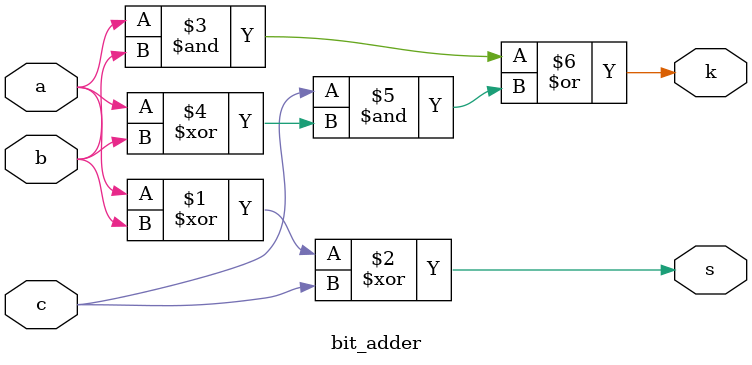
<source format=v>
module bit_adder(
    input a,
    input b,
    input c,
    output s,
    output k
    );

assign s = a ^ b ^ c;
assign k = (a & b) | (c & (a ^ b));

endmodule

</source>
